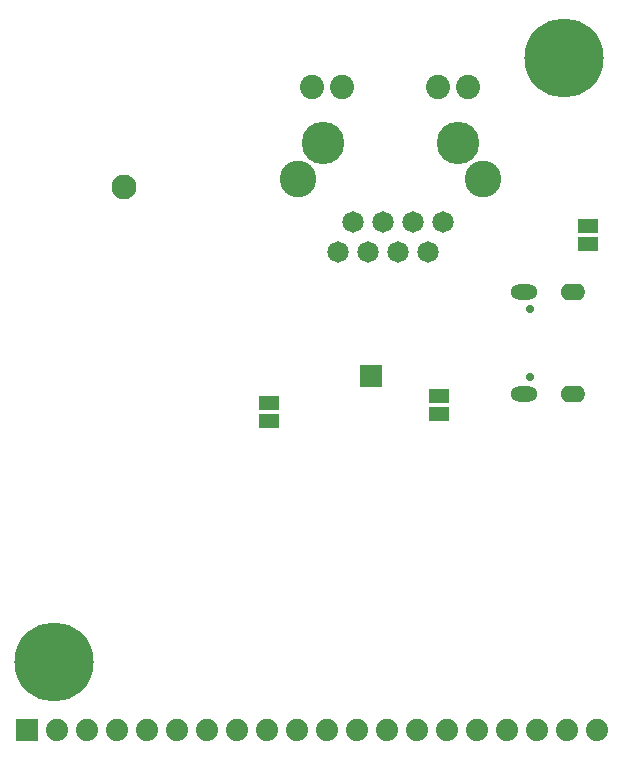
<source format=gbr>
%TF.GenerationSoftware,KiCad,Pcbnew,5.1.0-rc2-unknown-036be7d~80~ubuntu16.04.1*%
%TF.CreationDate,2024-06-10T14:47:57+03:00*%
%TF.ProjectId,ESP32-GATEWAY_Rev_I,45535033-322d-4474-9154-455741595f52,I*%
%TF.SameCoordinates,PX425f360PY7b4bf70*%
%TF.FileFunction,Soldermask,Bot*%
%TF.FilePolarity,Negative*%
%FSLAX46Y46*%
G04 Gerber Fmt 4.6, Leading zero omitted, Abs format (unit mm)*
G04 Created by KiCad (PCBNEW 5.1.0-rc2-unknown-036be7d~80~ubuntu16.04.1) date 2024-06-10 14:47:57*
%MOMM*%
%LPD*%
G04 APERTURE LIST*
%ADD10R,1.822400X1.822400*%
%ADD11C,0.701600*%
%ADD12O,2.301600X1.301600*%
%ADD13O,2.101600X1.401600*%
%ADD14C,2.101600*%
%ADD15R,1.701800X1.270000*%
%ADD16C,1.879600*%
%ADD17R,1.879600X1.879600*%
%ADD18C,1.600000*%
%ADD19C,6.700000*%
%ADD20C,1.810000*%
%ADD21C,2.050000*%
%ADD22C,3.100000*%
%ADD23C,3.600000*%
G04 APERTURE END LIST*
D10*
X30353000Y31242000D03*
D11*
X43825000Y36926000D03*
D12*
X43325000Y38356000D03*
D13*
X47505000Y38356000D03*
X47505000Y29716000D03*
D11*
X43825000Y31146000D03*
D12*
X43325000Y29716000D03*
D14*
X9414000Y47203000D03*
D15*
X48768000Y43942000D03*
X48768000Y42418000D03*
X48768000Y42418000D03*
D16*
X8890000Y1270000D03*
X6350000Y1270000D03*
X3810000Y1270000D03*
D17*
X1270000Y1270000D03*
D16*
X11430000Y1270000D03*
X13970000Y1270000D03*
X19050000Y1270000D03*
X16510000Y1270000D03*
X21590000Y1270000D03*
X24130000Y1270000D03*
X29210000Y1270000D03*
X26670000Y1270000D03*
X31750000Y1270000D03*
X34290000Y1270000D03*
X39370000Y1270000D03*
X36830000Y1270000D03*
X46990000Y1270000D03*
X49530000Y1270000D03*
X44450000Y1270000D03*
X41910000Y1270000D03*
D15*
X36131500Y29527500D03*
X36131500Y28003500D03*
X36131500Y28003500D03*
D18*
X1143000Y6985000D03*
X5969000Y6985000D03*
X5207000Y5334000D03*
X1905000Y5207000D03*
X5207000Y8636000D03*
X1905000Y8636000D03*
X3556000Y4572000D03*
X3556000Y9398000D03*
D19*
X3556000Y6985000D03*
D18*
X44323000Y58166000D03*
X49149000Y58166000D03*
X48387000Y56515000D03*
X45085000Y56388000D03*
X48387000Y59817000D03*
X45085000Y59817000D03*
X46736000Y55753000D03*
X46736000Y60579000D03*
D19*
X46736000Y58166000D03*
D20*
X36459000Y44227000D03*
X35189000Y41687000D03*
X33919000Y44227000D03*
X32649000Y41687000D03*
X31379000Y44227000D03*
X30109000Y41687000D03*
X28839000Y44227000D03*
X27569000Y41687000D03*
D21*
X27934000Y55675500D03*
X38614000Y55675500D03*
D22*
X39804000Y47877000D03*
X24204000Y47877000D03*
D21*
X25394000Y55675500D03*
X36074000Y55675500D03*
D23*
X37719000Y50927000D03*
X26289000Y50927000D03*
D15*
X21717000Y28956000D03*
X21717000Y27432000D03*
M02*

</source>
